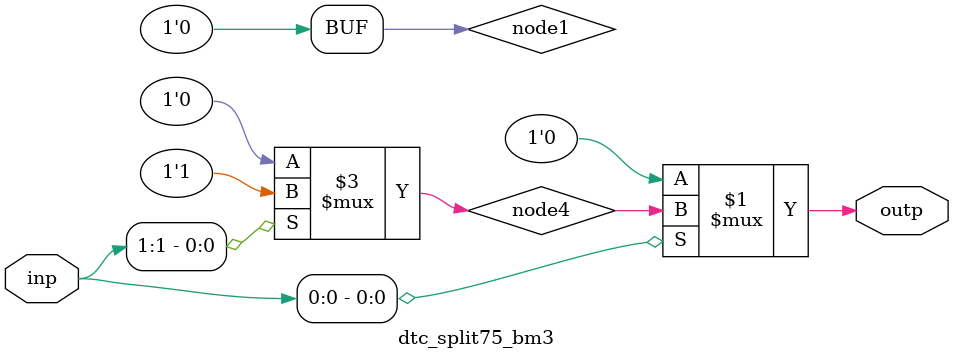
<source format=v>
module dtc_split75_bm3 (
	input  wire [8-1:0] inp,
	output wire [1-1:0] outp
);

	wire [1-1:0] node1;
	wire [1-1:0] node4;

	assign outp = (inp[0]) ? node4 : node1;
		assign node1 = (inp[6]) ? 1'b0 : 1'b0;
		assign node4 = (inp[1]) ? 1'b1 : 1'b0;

endmodule
</source>
